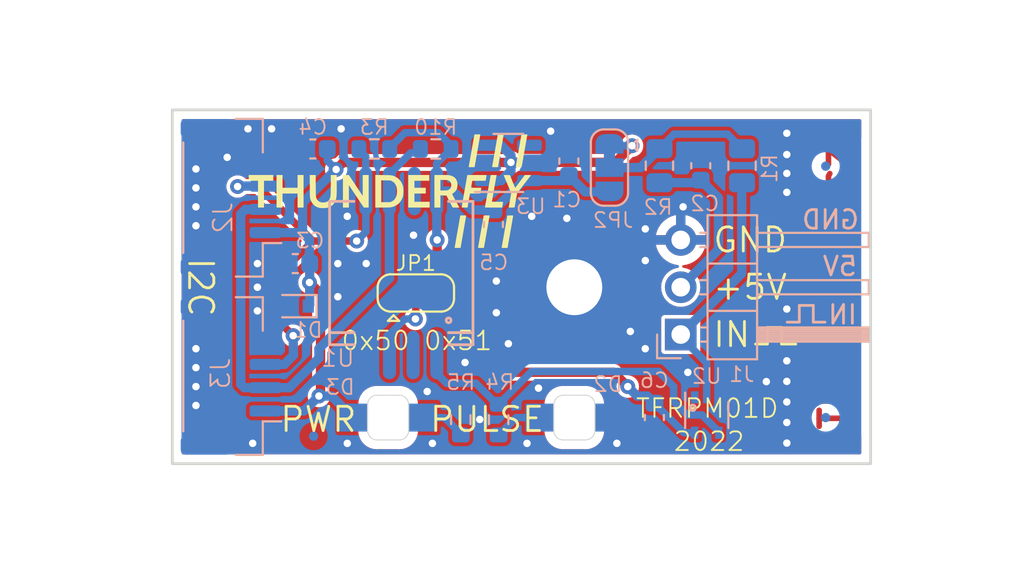
<source format=kicad_pcb>
(kicad_pcb (version 20211014) (generator pcbnew)
  (title_block (title "TFRPM01D") (date "2023-05-26") (company "ThunderFly s.r.o.") (comment 1 "RPM measuring device for UAVs") (comment 2 "Jacho  <info@thunderfly.cz>") (comment 3 "roman-dvorak") (comment 4 "kaklik"))
  (layers (0 "F.Cu" jumper) (31 "B.Cu" signal) (34 "B.Paste" user) (35 "F.Paste" user) (36 "B.SilkS" user "B.Silkscreen") (37 "F.SilkS" user "F.Silkscreen") (38 "B.Mask" user) (39 "F.Mask" user) (44 "Edge.Cuts" user))
  (net 0 "")
  (net 1 "GND")
  (net 2 "Net-(D2-Pad2)")
  (net 3 "/COUNT")
  (net 4 "+3V3")
  (net 5 "+5V")
  (net 6 "/SDA")
  (net 7 "/SCL")
  (net 8 "Net-(R4-Pad1)")
  (net 9 "Net-(JP1-Pad2)")
  (net 10 "Net-(JP2-Pad2)")
  (net 11 "Net-(C2-Pad1)")
  (net 12 "Net-(D3-Pad1)")
  (footprint "Jumper:SolderJumper-3_P1.3mm_Bridged12_RoundedPad1.0x1.5mm" (layer "F.Cu") (at 124.079 132.6388)
    (fp_text reference "JP1" (at 0 -1.6002) (layer "F.SilkS") (effects (font (size 0.8 0.8) (thickness 0.1))))
    (fp_text value "SolderJumper_3_Bridged12" hide)
    (fp_poly (pts (xy -0.9 -0.3) (xy -0.4 -0.3) (xy -0.4 0.3) (xy -0.9 0.3)) (layer "F.Cu") (width 0) (fill solid))
    (pad "1" smd custom locked (at -1.3 0) (size 1 0.5) (layers "F.Cu" "F.Mask") (net 1 "GND") (options (clearance outline) (anchor rect)) (primitives (gr_circle (center 0 0.25) (end 0.5 0.25) (width 0) (fill yes)) (gr_circle (center 0 -0.25) (end 0.5 -0.25) (width 0) (fill yes)) (gr_poly (pts (xy 0.55 0.75) (xy 0 0.75) (xy 0 -0.75) (xy 0.55 -0.75)) (width 0) (fill yes))))
    (pad "2" smd rect locked (at 0 0) (size 1 1.5) (layers "F.Cu" "F.Mask") (net 9 "Net-(JP1-Pad2)"))
    (pad "3" smd custom locked (at 1.3 0) (size 1 0.5) (layers "F.Cu" "F.Mask") (net 4 "+3V3") (options (clearance outline) (anchor rect)) (primitives (gr_circle (center 0 0.25) (end 0.5 0.25) (width 0) (fill yes)) (gr_circle (center 0 -0.25) (end 0.5 -0.25) (width 0) (fill yes)) (gr_poly (pts (xy 0 0.75) (xy -0.55 0.75) (xy -0.55 -0.75) (xy 0 -0.75)) (width 0) (fill yes))))
  )
  (footprint "MLAB_LOGA:TF" (layer "F.Cu") (at 122.596804 127.1778)
    (fp_text reference "G1" hide)
    (fp_text value "LOGO" hide)
  )
  (footprint "Diode_SMD:D_SOD-523" (layer "B.Cu") (at 117.602 133.347096 180)
    (fp_text reference "D1" (at -0.686 -1.284) (layer "B.SilkS") (effects (font (size 0.8 0.8) (thickness 0.1)) (justify mirror)))
    (fp_text value "BZX585-B5V6.115" hide)
    (pad "1" smd rect (at -0.7 0) (size 0.6 0.7) (layers "B.Cu" "B.Paste" "B.Mask") (net 5 "+5V"))
    (pad "2" smd rect (at 0.7 0) (size 0.6 0.7) (layers "B.Cu" "B.Paste" "B.Mask") (net 1 "GND"))
  )
  (footprint "Mlab_Mechanical:MountingHole_3mm" (layer "B.Cu") (at 132.588 132.331096)
    (fp_text reference "M2" hide)
    (fp_text value "M3" hide)
    (pad "1" thru_hole circle locked (at 0 0) (size 6 6) (drill 3) (layers *.Cu *.Adhes *.Mask) (net 1 "GND") (clearance 1))
  )
  (footprint "Resistor_SMD:R_0603_1608Metric" (layer "B.Cu") (at 125.146 124.906 180)
    (fp_text reference "R10" (at 0 1.174904) (layer "B.SilkS") (effects (font (size 0.8 0.8) (thickness 0.1)) (justify mirror)))
    (fp_text value "10k" hide)
    (pad "1" smd roundrect (at -0.825 0 180) (size 0.8 0.95) (layers "B.Cu" "B.Paste" "B.Mask") (net 4 "+3V3"))
    (pad "2" smd roundrect (at 0.825 0 180) (size 0.8 0.95) (layers "B.Cu" "B.Paste" "B.Mask") (net 7 "/SCL"))
  )
  (footprint "Connector_PinHeader_2.54mm:PinHeader_1x03_P2.54mm_Horizontal" (layer "B.Cu") (at 138.303 134.871096)
    (fp_text reference "J1" (at 3.2766 2.136504) (layer "B.SilkS") (effects (font (size 0.8 0.8) (thickness 0.1)) (justify mirror)))
    (fp_text value "DS1022-1*40RDF11-B" hide)
    (pad "1" thru_hole rect (at 0 0) (size 1.7 1.7) (drill 1) (layers *.Cu *.Mask) (net 3 "/COUNT"))
    (pad "2" thru_hole oval (at 0 -2.54) (size 1.7 1.7) (drill 1) (layers *.Cu *.Mask) (net 11 "Net-(C2-Pad1)"))
    (pad "3" thru_hole oval (at 0 -5.08) (size 1.7 1.7) (drill 1) (layers *.Cu *.Mask) (net 1 "GND"))
  )
  (footprint "Package_TO_SOT_SMD:SOT-23-5" (layer "B.Cu") (at 129.046 125.656)
    (fp_text reference "U3" (at 1.2052 2.331696 180) (layer "B.SilkS") (effects (font (size 0.8 0.8) (thickness 0.1)) (justify mirror)))
    (fp_text value "MIC5504-3.3YM5" hide)
    (pad "1" smd roundrect (at -1.1375 0.95) (size 1.325 0.6) (layers "B.Cu" "B.Paste" "B.Mask") (net 5 "+5V"))
    (pad "2" smd roundrect (at -1.1375 0) (size 1.325 0.6) (layers "B.Cu" "B.Paste" "B.Mask") (net 1 "GND"))
    (pad "3" smd roundrect (at -1.1375 -0.95) (size 1.325 0.6) (layers "B.Cu" "B.Paste" "B.Mask") (net 5 "+5V"))
    (pad "4" smd roundrect (at 1.1375 -0.95) (size 1.325 0.6) (layers "B.Cu" "B.Paste" "B.Mask"))
    (pad "5" smd roundrect (at 1.1375 0.95) (size 1.325 0.6) (layers "B.Cu" "B.Paste" "B.Mask") (net 4 "+3V3"))
  )
  (footprint "Capacitor_SMD:C_0603_1608Metric" (layer "B.Cu") (at 117.602 131.061096 180)
    (fp_text reference "C3" (at -0.786 1.23) (layer "B.SilkS") (effects (font (size 0.8 0.8) (thickness 0.1)) (justify mirror)))
    (fp_text value "10uF" hide)
    (pad "1" smd roundrect (at -0.775 0 180) (size 0.9 0.95) (layers "B.Cu" "B.Paste" "B.Mask") (net 5 "+5V"))
    (pad "2" smd roundrect (at 0.775 0 180) (size 0.9 0.95) (layers "B.Cu" "B.Paste" "B.Mask") (net 1 "GND"))
  )
  (footprint "Capacitor_SMD:C_0603_1608Metric" (layer "B.Cu") (at 118.546 124.906 180)
    (fp_text reference "C4" (at 0 1.174904) (layer "B.SilkS") (effects (font (size 0.8 0.8) (thickness 0.1)) (justify mirror)))
    (fp_text value "100nF" hide)
    (pad "1" smd roundrect (at -0.775 0 180) (size 0.9 0.95) (layers "B.Cu" "B.Paste" "B.Mask") (net 5 "+5V"))
    (pad "2" smd roundrect (at 0.775 0 180) (size 0.9 0.95) (layers "B.Cu" "B.Paste" "B.Mask") (net 1 "GND"))
  )
  (footprint "Connector_JST:JST_GH_SM04B-GHS-TB_1x04-1MP_P1.25mm_Horizontal" (layer "B.Cu") (at 114.15 127.525 90)
    (fp_text reference "J2" (at -1.0752 -0.4342 -90) (layer "B.SilkS") (effects (font (thickness 0.1)) (justify mirror)))
    (fp_text value "SM04B-GHS-TB" hide)
    (pad "1" smd roundrect (at -1.875 1.85 90) (size 0.6 1.7) (layers "B.Cu" "B.Paste" "B.Mask") (net 5 "+5V"))
    (pad "2" smd roundrect (at -0.625 1.85 90) (size 0.6 1.7) (layers "B.Cu" "B.Paste" "B.Mask") (net 7 "/SCL"))
    (pad "3" smd roundrect (at 0.625 1.85 90) (size 0.6 1.7) (layers "B.Cu" "B.Paste" "B.Mask") (net 6 "/SDA"))
    (pad "4" smd roundrect (at 1.875 1.85 90) (size 0.6 1.7) (layers "B.Cu" "B.Paste" "B.Mask") (net 1 "GND"))
    (pad "MP" smd roundrect (at 3.725 -1.35 90) (size 1 2.7) (layers "B.Cu" "B.Paste" "B.Mask") (net 1 "GND"))
    (pad "MP" smd roundrect (at -3.725 -1.35 90) (size 1 2.7) (layers "B.Cu" "B.Paste" "B.Mask") (net 1 "GND"))
  )
  (footprint "Resistor_SMD:R_0603_1608Metric" (layer "B.Cu") (at 128.524 139.443096 -90)
    (fp_text reference "R4" (at -2.012 -0.064 180) (layer "B.SilkS") (effects (font (size 0.8 0.8) (thickness 0.1)) (justify mirror)))
    (fp_text value "51R" hide)
    (pad "1" smd roundrect (at -0.825 0 270) (size 0.8 0.95) (layers "B.Cu" "B.Paste" "B.Mask") (net 8 "Net-(R4-Pad1)"))
    (pad "2" smd roundrect (at 0.825 0 270) (size 0.8 0.95) (layers "B.Cu" "B.Paste" "B.Mask") (net 2 "Net-(D2-Pad2)"))
  )
  (footprint "Resistor_SMD:R_0805_2012Metric" (layer "B.Cu") (at 141.596 125.806 -90)
    (fp_text reference "R1" (at 0.1526 -1.4822 90) (layer "B.SilkS") (effects (font (size 0.8 0.8) (thickness 0.1)) (justify mirror)))
    (fp_text value "22k" hide)
    (pad "1" smd roundrect (at -0.9125 0 270) (size 1.025 1.4) (layers "B.Cu" "B.Paste" "B.Mask") (roundrect_rratio 0.243902) (net 10 "Net-(JP2-Pad2)"))
    (pad "2" smd roundrect (at 0.9125 0 270) (size 1.025 1.4) (layers "B.Cu" "B.Paste" "B.Mask") (roundrect_rratio 0.243902) (net 3 "/COUNT"))
  )
  (footprint "Resistor_SMD:R_0805_2012Metric" (layer "B.Cu") (at 137.16 125.806 90)
    (fp_text reference "R2" (at -2.225096 -0.072 180) (layer "B.SilkS") (effects (font (size 0.8 0.8) (thickness 0.1)) (justify mirror)))
    (fp_text value "82R" hide)
    (pad "1" smd roundrect (at -0.9125 0 90) (size 1.025 1.4) (layers "B.Cu" "B.Paste" "B.Mask") (roundrect_rratio 0.243902) (net 11 "Net-(C2-Pad1)"))
    (pad "2" smd roundrect (at 0.9125 0 90) (size 1.025 1.4) (layers "B.Cu" "B.Paste" "B.Mask") (roundrect_rratio 0.243902) (net 10 "Net-(JP2-Pad2)"))
  )
  (footprint "Resistor_SMD:R_0603_1608Metric" (layer "B.Cu") (at 121.846 124.906 180)
    (fp_text reference "R3" (at 0 1.174904) (layer "B.SilkS") (effects (font (size 0.8 0.8) (thickness 0.1)) (justify mirror)))
    (fp_text value "10k" hide)
    (pad "1" smd roundrect (at -0.825 0 180) (size 0.8 0.95) (layers "B.Cu" "B.Paste" "B.Mask") (net 4 "+3V3"))
    (pad "2" smd roundrect (at 0.825 0 180) (size 0.8 0.95) (layers "B.Cu" "B.Paste" "B.Mask") (net 6 "/SDA"))
  )
  (footprint "Capacitor_SMD:C_0603_1608Metric" (layer "B.Cu") (at 136.888 139.331096 -90)
    (fp_text reference "C6" (at -2 0 180) (layer "B.SilkS") (effects (font (size 0.8 0.8) (thickness 0.1)) (justify mirror)))
    (fp_text value "100nF" hide)
    (pad "1" smd roundrect (at -0.775 0 270) (size 0.9 0.95) (layers "B.Cu" "B.Paste" "B.Mask") (net 4 "+3V3"))
    (pad "2" smd roundrect (at 0.775 0 270) (size 0.9 0.95) (layers "B.Cu" "B.Paste" "B.Mask") (net 1 "GND"))
  )
  (footprint "Connector_JST:JST_GH_SM04B-GHS-TB_1x04-1MP_P1.25mm_Horizontal" (layer "B.Cu") (at 114.15 137.1 90)
    (fp_text reference "J3" (at 0.1432 -0.5612 90) (layer "B.SilkS") (effects (font (thickness 0.1)) (justify mirror)))
    (fp_text value "SM04B-GHS-TB" hide)
    (pad "1" smd roundrect (at -1.875 1.85 90) (size 0.6 1.7) (layers "B.Cu" "B.Paste" "B.Mask") (net 5 "+5V"))
    (pad "2" smd roundrect (at -0.625 1.85 90) (size 0.6 1.7) (layers "B.Cu" "B.Paste" "B.Mask") (net 7 "/SCL"))
    (pad "3" smd roundrect (at 0.625 1.85 90) (size 0.6 1.7) (layers "B.Cu" "B.Paste" "B.Mask") (net 6 "/SDA"))
    (pad "4" smd roundrect (at 1.875 1.85 90) (size 0.6 1.7) (layers "B.Cu" "B.Paste" "B.Mask") (net 1 "GND"))
    (pad "MP" smd roundrect (at -3.725 -1.35 90) (size 1 2.7) (layers "B.Cu" "B.Paste" "B.Mask") (net 1 "GND"))
    (pad "MP" smd roundrect (at 3.725 -1.35 90) (size 1 2.7) (layers "B.Cu" "B.Paste" "B.Mask") (net 1 "GND"))
  )
  (footprint "Capacitor_SMD:C_0603_1608Metric" (layer "B.Cu") (at 128.2446 128.9558 -90)
    (fp_text reference "C5" (at 2.045096 -0.0195 180) (layer "B.SilkS") (effects (font (size 0.8 0.8) (thickness 0.1)) (justify mirror)))
    (fp_text value "100nF" hide)
    (pad "1" smd roundrect (at -0.775 0 270) (size 0.9 0.95) (layers "B.Cu" "B.Paste" "B.Mask") (net 4 "+3V3"))
    (pad "2" smd roundrect (at 0.775 0 270) (size 0.9 0.95) (layers "B.Cu" "B.Paste" "B.Mask") (net 1 "GND"))
  )
  (footprint "Mlab_IO:SOT176-1" (layer "B.Cu") (at 123.296 131.569096 180)
    (fp_text reference "U1" (at 3.408 -4.574) (layer "B.SilkS") (effects (font (size 0.9 0.9) (thickness 0.1)) (justify mirror)))
    (fp_text value "PCF8583T" hide)
    (pad "1" smd oval (at -1.905 -4.4 180) (size 0.7 2.6) (layers "B.Cu" "B.Paste" "B.Mask") (net 8 "Net-(R4-Pad1)"))
    (pad "2" smd oval (at -0.635 -4.4 180) (size 0.7 2.6) (layers "B.Cu" "B.Paste" "B.Mask"))
    (pad "3" smd oval (at 0.635 -4.4 180) (size 0.7 2.6) (layers "B.Cu" "B.Paste" "B.Mask") (net 9 "Net-(JP1-Pad2)"))
    (pad "4" smd oval (at 1.91 -4.4 180) (size 0.7 2.6) (layers "B.Cu" "B.Paste" "B.Mask") (net 1 "GND"))
    (pad "5" smd oval (at 1.905 4.4 180) (size 0.7 2.6) (layers "B.Cu" "B.Paste" "B.Mask") (net 6 "/SDA"))
    (pad "6" smd oval (at 0.635 4.4 180) (size 0.7 2.6) (layers "B.Cu" "B.Paste" "B.Mask") (net 7 "/SCL"))
    (pad "7" smd oval (at -0.7 4.4 180) (size 0.7 2.6) (layers "B.Cu" "B.Paste" "B.Mask"))
    (pad "8" smd oval (at -1.905 4.4 180) (size 0.7 2.6) (layers "B.Cu" "B.Paste" "B.Mask") (net 4 "+3V3"))
  )
  (footprint "Capacitor_SMD:C_0603_1608Metric" (layer "B.Cu") (at 132.296 125.556 90)
    (fp_text reference "C1" (at -2.075096 -0.108) (layer "B.SilkS") (effects (font (size 0.8 0.8) (thickness 0.1)) (justify mirror)))
    (fp_text value "1uF" hide)
    (pad "1" smd roundrect (at -0.775 0 90) (size 0.9 0.95) (layers "B.Cu" "B.Paste" "B.Mask") (net 4 "+3V3"))
    (pad "2" smd roundrect (at 0.775 0 90) (size 0.9 0.95) (layers "B.Cu" "B.Paste" "B.Mask") (net 1 "GND"))
  )
  (footprint "Capacitor_SMD:C_0603_1608Metric" (layer "B.Cu") (at 139.378 125.806 90)
    (fp_text reference "C2" (at -2.0322 0.2204 180) (layer "B.SilkS") (effects (font (size 0.8 0.8) (thickness 0.1)) (justify mirror)))
    (fp_text value "10uF" hide)
    (pad "1" smd roundrect (at -0.775 0 90) (size 0.9 0.95) (layers "B.Cu" "B.Paste" "B.Mask") (net 11 "Net-(C2-Pad1)"))
    (pad "2" smd roundrect (at 0.775 0 90) (size 0.9 0.95) (layers "B.Cu" "B.Paste" "B.Mask") (net 1 "GND"))
  )
  (footprint "Mlab_D:LED_1206_2" (layer "B.Cu") (at 132.588 139.331096)
    (fp_text reference "D2" (at 1.8034 -1.790096 180) (layer "B.SilkS") (effects (font (size 0.8 0.8) (thickness 0.1)) (justify mirror)))
    (fp_text value "KPTR-3216SURCK" hide)
    (fp_line (start 1.1 -0.7) (end 1.1 0.7) (layer "Edge.Cuts") (width 0.05))
    (fp_line (start -0.6 1.2) (end 0.6 1.2) (layer "Edge.Cuts") (width 0.05))
    (fp_line (start -0.6 -1.2) (end 0.6 -1.2) (layer "Edge.Cuts") (width 0.05))
    (fp_line (start -1.1 -0.7) (end -1.1 0.7) (layer "Edge.Cuts") (width 0.05))
    (fp_arc (start -0.6 1.2) (mid -0.953553 1.053553) (end -1.1 0.7) (layer "Edge.Cuts") (width 0.05))
    (fp_arc (start 1.1 0.7) (mid 0.953553 1.053553) (end 0.6 1.2) (layer "Edge.Cuts") (width 0.05))
    (fp_arc (start 0.6 -1.2) (mid 0.953553 -1.053553) (end 1.1 -0.7) (layer "Edge.Cuts") (width 0.05))
    (fp_arc (start -1.1 -0.7) (mid -0.953553 -1.053553) (end -0.6 -1.2) (layer "Edge.Cuts") (width 0.05))
    (pad "1" smd rect (at 1.88 0 180) (size 1.5 1.5) (layers "B.Cu" "B.Paste" "B.Mask") (net 1 "GND"))
    (pad "2" smd rect (at -1.88 0) (size 1.5 1.5) (layers "B.Cu" "B.Paste" "B.Mask") (net 2 "Net-(D2-Pad2)"))
  )
  (footprint "Fiducial:Fiducial_0.5mm_Mask1.5mm" (layer "B.Cu") (at 118.588 140.331096 90)
    (fp_text reference "FID3" hide)
    (fp_text value "Fiducial" hide)
    (pad "" smd circle (at 0 0 90) (size 0.5 0.5) (layers "B.Cu" "B.Mask") (clearance 0.5))
  )
  (footprint "Package_TO_SOT_SMD:SOT-353_SC-70-5" (layer "B.Cu") (at 139.7 139.192 -90)
    (fp_text reference "U2" (at -2.086 0.004 180) (layer "B.SilkS") (effects (font (size 0.8 0.8) (thickness 0.1)) (justify mirror)))
    (fp_text value "SN74LVC1G14QDCKRQ1" hide)
    (pad "1" smd rect (at -0.95 0.65 270) (size 0.65 0.4) (layers "B.Cu" "B.Paste" "B.Mask"))
    (pad "2" smd rect (at -0.95 0 270) (size 0.65 0.4) (layers "B.Cu" "B.Paste" "B.Mask") (net 3 "/COUNT"))
    (pad "3" smd rect (at -0.95 -0.65 270) (size 0.65 0.4) (layers "B.Cu" "B.Paste" "B.Mask") (net 1 "GND"))
    (pad "4" smd rect (at 0.95 -0.65 270) (size 0.65 0.4) (layers "B.Cu" "B.Paste" "B.Mask") (net 8 "Net-(R4-Pad1)"))
    (pad "5" smd rect (at 0.95 0.65 270) (size 0.65 0.4) (layers "B.Cu" "B.Paste" "B.Mask") (net 4 "+3V3"))
  )
  (footprint "Resistor_SMD:R_0603_1608Metric" (layer "B.Cu") (at 126.492 139.443096 90)
    (fp_text reference "R5" (at 2.012 -0.004 180) (layer "B.SilkS") (effects (font (size 0.8 0.8) (thickness 0.1)) (justify mirror)))
    (fp_text value "130R" hide)
    (pad "1" smd roundrect (at -0.825 0 90) (size 0.8 0.95) (layers "B.Cu" "B.Paste" "B.Mask") (net 12 "Net-(D3-Pad1)"))
    (pad "2" smd roundrect (at 0.825 0 90) (size 0.8 0.95) (layers "B.Cu" "B.Paste" "B.Mask") (net 1 "GND"))
  )
  (footprint "Fiducial:Fiducial_0.5mm_Mask1.5mm" (layer "B.Cu") (at 146.088 125.831096)
    (fp_text reference "FID1" hide)
    (fp_text value "Fiducial" hide)
    (pad "" smd circle (at 0 0) (size 0.5 0.5) (layers "B.Cu" "B.Mask") (clearance 0.5))
  )
  (footprint "Mlab_D:LED_1206_2" (layer "B.Cu") (at 122.588 139.331096)
    (fp_text reference "D3" (at -2.573 -1.637696 180) (layer "B.SilkS") (effects (font (size 0.8 0.8) (thickness 0.1)) (justify mirror)))
    (fp_text value "KPTR-3216CGCK" hide)
    (fp_line (start -0.6 -1.2) (end 0.6 -1.2) (layer "Edge.Cuts") (width 0.05))
    (fp_line (start -1.1 -0.7) (end -1.1 0.7) (layer "Edge.Cuts") (width 0.05))
    (fp_line (start -0.6 1.2) (end 0.6 1.2) (layer "Edge.Cuts") (width 0.05))
    (fp_line (start 1.1 -0.7) (end 1.1 0.7) (layer "Edge.Cuts") (width 0.05))
    (fp_arc (start 1.1 0.7) (mid 0.953553 1.053553) (end 0.6 1.2) (layer "Edge.Cuts") (width 0.05))
    (fp_arc (start 0.6 -1.2) (mid 0.953553 -1.053553) (end 1.1 -0.7) (layer "Edge.Cuts") (width 0.05))
    (fp_arc (start -1.1 -0.7) (mid -0.953553 -1.053553) (end -0.6 -1.2) (layer "Edge.Cuts") (width 0.05))
    (fp_arc (start -0.6 1.2) (mid -0.953553 1.053553) (end -1.1 0.7) (layer "Edge.Cuts") (width 0.05))
    (pad "1" smd rect (at 1.88 0 180) (size 1.5 1.5) (layers "B.Cu" "B.Paste" "B.Mask") (net 12 "Net-(D3-Pad1)"))
    (pad "2" smd rect (at -1.88 0) (size 1.5 1.5) (layers "B.Cu" "B.Paste" "B.Mask") (net 5 "+5V"))
  )
  (footprint "Fiducial:Fiducial_0.5mm_Mask1.5mm" (layer "B.Cu") (at 146.088 139.331096)
    (fp_text reference "FID2" hide)
    (fp_text value "Fiducial" hide)
    (pad "" smd circle (at 0 0) (size 0.5 0.5) (layers "B.Cu" "B.Mask") (clearance 0.5))
  )
  (footprint "Jumper:SolderJumper-3_P1.3mm_Bridged12_RoundedPad1.0x1.5mm" (layer "B.Cu") (at 134.4755 125.906 -90)
    (fp_text reference "JP2" (at 2.8212 -0.1953) (layer "B.SilkS") (effects (font (size 0.8 0.8) (thickness 0.1)) (justify mirror)))
    (fp_text value "SolderJumper_3_Bridged12" hide)
    (fp_poly (pts (xy -0.9 0.3) (xy -0.4 0.3) (xy -0.4 -0.3) (xy -0.9 -0.3)) (layer "B.Cu") (width 0) (fill solid))
    (pad "1" smd custom locked (at -1.3 0 270) (size 1 0.5) (layers "B.Cu" "B.Mask") (net 5 "+5V") (options (clearance outline) (anchor rect)) (primitives (gr_circle (center 0 -0.25) (end 0.5 -0.25) (width 0) (fill yes)) (gr_circle (center 0 0.25) (end 0.5 0.25) (width 0) (fill yes)) (gr_poly (pts (xy 0.55 0.75) (xy 0 0.75) (xy 0 -0.75) (xy 0.55 -0.75)) (width 0) (fill yes))))
    (pad "2" smd rect locked (at 0 0 270) (size 1 1.5) (layers "B.Cu" "B.Mask") (net 10 "Net-(JP2-Pad2)"))
    (pad "3" smd custom locked (at 1.3 0 270) (size 1 0.5) (layers "B.Cu" "B.Mask") (net 4 "+3V3") (options (clearance outline) (anchor rect)) (primitives (gr_circle (center 0 -0.25) (end 0.5 -0.25) (width 0) (fill yes)) (gr_circle (center 0 0.25) (end 0.5 0.25) (width 0) (fill yes)) (gr_poly (pts (xy 0 0.75) (xy -0.55 0.75) (xy -0.55 -0.75) (xy 0 -0.75)) (width 0) (fill yes))))
  )
  (gr_line (start 145.421 134.206) (end 145.421 133.306) (layer "B.SilkS") (width 0.15))
  (gr_circle (center 138.946 138.806) (end 138.996 138.856) (layer "B.SilkS") (width 0.15) (fill none))
  (gr_line (start 146.05 134.206) (end 145.421 134.206) (layer "B.SilkS") (width 0.15))
  (gr_line (start 144.671 134.206) (end 144.021 134.206) (layer "B.SilkS") (width 0.15))
  (gr_line (start 145.421 133.306) (end 144.671 133.306) (layer "B.SilkS") (width 0.15))
  (gr_line (start 144.671 133.306) (end 144.671 134.206) (layer "B.SilkS") (width 0.15))
  (gr_line (start 142.957 135.382) (end 142.957 134.493) (layer "F.SilkS") (width 0.15))
  (gr_line (start 143.719 134.493) (end 143.719 135.382) (layer "F.SilkS") (width 0.15))
  (gr_line (start 142.322 135.382) (end 142.957 135.382) (layer "F.SilkS") (width 0.15))
  (gr_line (start 143.719 135.382) (end 144.481 135.382) (layer "F.SilkS") (width 0.15))
  (gr_line (start 142.957 134.493) (end 143.719 134.493) (layer "F.SilkS") (width 0.15))
  (gr_line (start 148.498 122.806096) (end 148.498 141.806096) (layer "Edge.Cuts") (width 0.15))
  (gr_line (start 110.998 141.806096) (end 110.998 122.806096) (layer "Edge.Cuts") (width 0.15))
  (gr_line (start 110.998 141.806096) (end 148.498 141.806096) (layer "Edge.Cuts") (width 0.15))
  (gr_line (start 110.998 122.806096) (end 148.498 122.806096) (layer "Edge.Cuts") (width 0.15))
  (gr_text "ThunderFly.cz" (at 146.558 132.334 90) (layer "F.Cu") (effects (font (size 1.5 1.5) (thickness 0.3))))
  (gr_text "IN" (at 146.996 133.806) (layer "B.SilkS") (effects (font (size 1 1)) (justify mirror)))
  (gr_text "GND" (at 146.346 128.706) (layer "B.SilkS") (effects (font (size 1 1)) (justify mirror)))
  (gr_text "5V" (at 146.846 131.206) (layer "B.SilkS") (effects (font (size 1 1)) (justify mirror)))
  (gr_text "+5V" (at 139.954 132.334) (layer "F.SilkS") (effects (font (size 1.3 1.3)) (justify left)))
  (gr_text "TFRPM01D" (at 139.7254 138.8364) (layer "F.SilkS") (effects (font (size 1 1) (thickness 0.1))))
  (gr_text "GND" (at 139.954 129.794) (layer "F.SilkS") (effects (font (size 1.3 1.3)) (justify left)))
  (gr_text "2022" (at 139.827 140.6144) (layer "F.SilkS") (effects (font (size 1 1) (thickness 0.1))))
  (gr_text "IN" (at 139.954 134.874) (layer "F.SilkS") (effects (font (size 1.3 1.3)) (justify left)))
  (gr_text "I2C" (at 112.522 132.331096 270) (layer "F.SilkS") (effects (font (size 1.3 1.3))))
  (gr_text "PULSE" (at 131.064 139.431096) (layer "F.SilkS") (effects (font (size 1.3 1.3)) (justify right)))
  (gr_text "0x50 0x51" (at 124.1298 135.2042) (layer "F.SilkS") (effects (font (size 1 1) (thickness 0.1))))
  (gr_text "PWR" (at 120.988 139.431096) (layer "F.SilkS") (effects (font (size 1.3 1.3)) (justify right)))
  (via (at 131.318 123.949096) (size 0.8) (drill 0.4) (layers "F.Cu" "B.Cu") (net 1))
  (via (at 144 133.5024) (size 0.8) (drill 0.4) (layers "F.Cu" "B.Cu") (net 1))
  (via (at 120.396 128.524) (size 0.8) (drill 0.4) (layers "F.Cu" "B.Cu") (net 1))
  (via (at 115.316 140.713096) (size 0.8) (drill 0.4) (layers "F.Cu" "B.Cu") (net 1))
  (via (at 120.396 140.716) (size 0.8) (drill 0.4) (layers "F.Cu" "B.Cu") (net 1))
  (via (at 112.268 129.029096) (size 0.8) (drill 0.4) (layers "F.Cu" "B.Cu") (net 1))
  (via (at 112.268 138.681096) (size 0.8) (drill 0.4) (layers "F.Cu" "B.Cu") (net 1))
  (via (at 112.268 135.633096) (size 0.8) (drill 0.4) (layers "F.Cu" "B.Cu") (net 1))
  (via (at 112.268 137.665096) (size 0.8) (drill 0.4) (layers "F.Cu" "B.Cu") (net 1))
  (via (at 112.268 125.981096) (size 0.8) (drill 0.4) (layers "F.Cu" "B.Cu") (net 1))
  (via (at 112.268 136.649096) (size 0.8) (drill 0.4) (layers "F.Cu" "B.Cu") (net 1))
  (via (at 112.268 126.997096) (size 0.8) (drill 0.4) (layers "F.Cu" "B.Cu") (net 1))
  (via (at 112.268 128.013096) (size 0.8) (drill 0.4) (layers "F.Cu" "B.Cu") (net 1))
  (via (at 116.332 123.825) (size 0.8) (drill 0.4) (layers "F.Cu" "B.Cu") (net 1))
  (via (at 138.684 136.903096) (size 0.8) (drill 0.4) (layers "F.Cu" "B.Cu") (net 1))
  (via (at 144 137.388) (size 0.8) (drill 0.4) (layers "F.Cu" "B.Cu") (net 1))
  (via (at 144 138.492) (size 0.8) (drill 0.4) (layers "F.Cu" "B.Cu") (net 1))
  (via (at 144 136.284) (size 0.8) (drill 0.4) (layers "F.Cu" "B.Cu") (net 1))
  (via (at 144 124.063) (size 0.8) (drill 0.4) (layers "F.Cu" "B.Cu") (net 1))
  (via (at 130.302 128.524) (size 0.8) (drill 0.4) (layers "F.Cu" "B.Cu") (net 1))
  (via (at 144 140.7) (size 0.8) (drill 0.4) (layers "F.Cu" "B.Cu") (net 1))
  (via (at 144 139.596) (size 0.8) (drill 0.4) (layers "F.Cu" "B.Cu") (net 1))
  (via (at 136.4 129.2) (size 0.8) (drill 0.4) (layers "F.Cu" "B.Cu") (net 1))
  (via (at 136.4 130.9) (size 0.8) (drill 0.4) (layers "F.Cu" "B.Cu") (net 1))
  (via (at 144 125.206) (size 0.8) (drill 0.4) (layers "F.Cu" "B.Cu") (net 1))
  (via (at 130.048 140.716) (size 0.8) (drill 0.4) (layers "F.Cu" "B.Cu") (net 1))
  (via (at 115.57 132.331096) (size 0.8) (drill 0.4) (layers "F.Cu" "B.Cu") (net 1))
  (via (at 132.188 128.631096) (size 0.8) (drill 0.4) (layers "F.Cu" "B.Cu") (net 1))
  (via (at 134.874 140.713096) (size 0.8) (drill 0.4) (layers "F.Cu" "B.Cu") (net 1))
  (via (at 121.412 131.061096) (size 0.8) (drill 0.4) (layers "F.Cu" "B.Cu") (net 1))
  (via (at 119.888 132.842) (size 0.8) (drill 0.4) (layers "F.Cu" "B.Cu") (net 1))
  (via (at 130.664594 137.750271) (size 0.8) (drill 0.4) (layers "F.Cu" "B.Cu") (net 1))
  (via (at 142.9 137.4) (size 0.8) (drill 0.4) (layers "F.Cu" "B.Cu") (net 1))
  (via (at 124.688 137.931096) (size 0.8) (drill 0.4) (layers "F.Cu" "B.Cu") (net 1))
  (via (at 126.7206 136.3726) (size 0.8) (drill 0.4) (layers "F.Cu" "B.Cu") (net 1))
  (via (at 128.4 133.7) (size 0.8) (drill 0.4) (layers "F.Cu" "B.Cu") (net 1))
  (via (at 119.888 131.064) (size 0.8) (drill 0.4) (layers "F.Cu" "B.Cu") (net 1))
  (via (at 128.4 132) (size 0.8) (drill 0.4) (layers "F.Cu" "B.Cu") (net 1))
  (via (at 135.596 134.706) (size 0.8) (drill 0.4) (layers "F.Cu" "B.Cu") (net 1))
  (via (at 123.952 129.537096) (size 0.8) (drill 0.4) (layers "F.Cu" "B.Cu") (net 1))
  (via (at 144 127.235096) (size 0.8) (drill 0.4) (layers "F.Cu" "B.Cu") (net 1))
  (via (at 144 126.219096) (size 0.8) (drill 0.4) (layers "F.Cu" "B.Cu") (net 1))
  (via (at 138.43 128.013096) (size 0.8) (drill 0.4) (layers "F.Cu" "B.Cu") (net 1))
  (via (at 124.968 140.716) (size 0.8) (drill 0.4) (layers "F.Cu" "B.Cu") (net 1))
  (via (at 115.57 133.601096) (size 0.8) (drill 0.4) (layers "F.Cu" "B.Cu") (net 1))
  (via (at 120.0658 123.825) (size 0.8) (drill 0.4) (layers "F.Cu" "B.Cu") (net 1))
  (via (at 136.398 135.633096) (size 0.8) (drill 0.4) (layers "F.Cu" "B.Cu") (net 1))
  (via (at 113.946 125.356) (size 0.8) (drill 0.4) (layers "F.Cu" "B.Cu") (net 1))
  (via (at 115.57 131.061096) (size 0.8) (drill 0.4) (layers "F.Cu" "B.Cu") (net 1))
  (via (at 115.062 123.825) (size 0.8) (drill 0.4) (layers "F.Cu" "B.Cu") (net 1))
  (via (at 129.047036 135.36406) (size 0.8) (drill 0.4) (layers "F.Cu" "B.Cu") (net 1))
  (via (at 127.508 139.431096) (size 0.8) (drill 0.4) (layers "F.Cu" "B.Cu") (net 1))
  (segment (start 129.461 139.331096) (end 128.524 140.268096) (width 0.4) (layer "B.Cu") (net 2))
  (segment (start 130.708 139.331096) (end 129.461 139.331096) (width 0.4) (layer "B.Cu") (net 2))
  (segment (start 138.303 134.871096) (end 141.5796 131.594496) (width 0.5) (layer "B.Cu") (net 3))
  (segment (start 141.5796 131.594496) (end 141.5796 126.7749) (width 0.5) (layer "B.Cu") (net 3))
  (segment (start 139.7 136.398) (end 138.303 135.001) (width 0.4) (layer "B.Cu") (net 3))
  (segment (start 139.7 136.398) (end 139.7 138.242) (width 0.4) (layer "B.Cu") (net 3))
  (segment (start 125.222 132.8674) (end 129.253128 136.898528) (width 0.5) (layer "F.Cu") (net 4))
  (segment (start 129.253128 136.898528) (end 134.688728 136.898528) (width 0.5) (layer "F.Cu") (net 4))
  (segment (start 125.222 129.791096) (end 125.222 132.8674) (width 0.5) (layer "F.Cu") (net 4))
  (segment (start 134.688728 136.898528) (end 135.4582 137.668) (width 0.5) (layer "F.Cu") (net 4))
  (via (at 125.222 129.791096) (size 0.8) (drill 0.4) (layers "F.Cu" "B.Cu") (net 4))
  (via (at 135.4582 137.668) (size 0.8) (drill 0.4) (layers "F.Cu" "B.Cu") (net 4))
  (segment (start 125.201 127.956) (end 125.201 125.676) (width 0.4) (layer "B.Cu") (net 4))
  (segment (start 136.888 138.556096) (end 136.505 138.173096) (width 0.5) (layer "B.Cu") (net 4))
  (segment (start 125.201 129.770096) (end 125.201 128.796096) (width 0.5) (layer "B.Cu") (net 4))
  (segment (start 125.201 128.796096) (end 125.201 127.169096) (width 0.5) (layer "B.Cu") (net 4))
  (segment (start 139.05 140.142) (end 138.473904 140.142) (width 0.4) (layer "B.Cu") (net 4))
  (segment (start 128.283 128.1808) (end 129.8578 126.606) (width 0.5) (layer "B.Cu") (net 4))
  (segment (start 135.963296 138.173096) (end 135.4582 137.668) (width 0.5) (layer "B.Cu") (net 4))
  (segment (start 127.0886 128.1808) (end 128.2446 128.1808) (width 0.5) (layer "B.Cu") (net 4))
  (segment (start 125.971 124.731) (end 125.27148 124.03148) (width 0.4) (layer "B.Cu") (net 4))
  (segment (start 136.505 138.173096) (end 135.963296 138.173096) (width 0.5) (layer "B.Cu") (net 4))
  (segment (start 129.8578 126.606) (end 130.1835 126.606) (width 0.5) (layer "B.Cu") (net 4))
  (segment (start 134.546 127.206) (end 133.171 127.206) (width 0.5) (layer "B.Cu") (net 4))
  (segment (start 125.27148 124.03148) (end 123.49552 124.03148) (width 0.4) (layer "B.Cu") (net 4))
  (segment (start 126.076896 127.169096) (end 127.0886 128.1808) (width 0.5) (layer "B.Cu") (net 4))
  (segment (start 125.201 125.676) (end 125.971 124.906) (width 0.4) (layer "B.Cu") (net 4))
  (segment (start 128.2446 128.1808) (end 128.283 128.1808) (width 0.5) (layer "B.Cu") (net 4))
  (segment (start 125.201 127.169096) (end 126.076896 127.169096) (width 0.5) (layer "B.Cu") (net 4))
  (segment (start 130.1835 126.606) (end 132.562904 126.606) (width 0.5) (layer "B.Cu") (net 4))
  (segment (start 123.49552 124.03148) (end 122.621 124.906) (width 0.4) (layer "B.Cu") (net 4))
  (segment (start 138.473904 140.142) (end 136.888 138.556096) (width 0.4) (layer "B.Cu") (net 4))
  (segment (start 133.171 127.206) (end 132.296 126.331) (width 0.5) (layer "B.Cu") (net 4))
  (segment (start 120.170904 125.631096) (end 129.1788 125.631096) (width 0.5) (layer "F.Cu") (net 5))
  (segment (start 118.959511 132.672607) (end 118.364 132.077096) (width 0.5) (layer "F.Cu") (net 5))
  (segment (start 129.1788 125.631096) (end 129.1844 125.625496) (width 0.5) (layer "F.Cu") (net 5))
  (segment (start 118.872 138.173096) (end 118.959511 138.085585) (width 0.5) (layer "F.Cu") (net 5))
  (segment (start 133.340504 125.625496) (end 134.7936 125.625496) (width 0.5) (layer "F.Cu") (net 5))
  (segment (start 133.340504 125.625496) (end 129.1844 125.625496) (width 0.5) (layer "F.Cu") (net 5))
  (segment (start 134.7936 125.625496) (end 135.688 124.731096) (width 0.5) (layer "F.Cu") (net 5))
  (segment (start 119.796 126.006) (end 120.170904 125.631096) (width 0.5) (layer "F.Cu") (net 5))
  (segment (start 118.959511 138.085585) (end 118.959511 132.672607) (width 0.5) (layer "F.Cu") (net 5))
  (via (at 118.364 132.077096) (size 0.8) (drill 0.4) (layers "F.Cu" "B.Cu") (net 5))
  (via (at 119.796 126.006) (size 0.8) (drill 0.4) (layers "F.Cu" "B.Cu") (net 5))
  (via (at 118.872 138.173096) (size 0.8) (drill 0.4) (layers "F.Cu" "B.Cu") (net 5))
  (via (at 135.688 124.731096) (size 0.8) (drill 0.4) (layers "F.Cu" "B.Cu") (net 5))
  (via (at 129.1844 125.625496) (size 0.8) (drill 0.4) (layers "F.Cu" "B.Cu") (net 5))
  (segment (start 129.1844 126.082696) (end 128.661096 126.606) (width 0.5) (layer "B.Cu") (net 5))
  (segment (start 119.55 138.173096) (end 120.708 139.331096) (width 0.5) (layer "B.Cu") (net 5))
  (segment (start 128.661096 126.606) (end 127.9085 126.606) (width 0.5) (layer "B.Cu") (net 5))
  (segment (start 118.364 129.770904) (end 117.993096 129.4) (width 0.5) (layer "B.Cu") (net 5))
  (segment (start 118.364 129.770904) (end 118.364 131.048096) (width 0.5) (layer "B.Cu") (net 5))
  (segment (start 129.1844 125.625496) (end 129.1844 126.082696) (width 0.5) (layer "B.Cu") (net 5))
  (segment (start 118.377 131.061096) (end 118.377 133.272096) (width 0.5) (layer "B.Cu") (net 5))
  (segment (start 118.377 133.272096) (end 118.302 133.347096) (width 0.5) (layer "B.Cu") (net 5))
  (segment (start 129.1844 125.625496) (end 129.1844 125.244496) (width 0.5) (layer "B.Cu") (net 5))
  (segment (start 128.645904 124.706) (end 127.946 124.706) (width 0.5) (layer "B.Cu") (net 5))
  (segment (start 119.796 126.006) (end 119.786896 126.006) (width 0.5) (layer "B.Cu") (net 5))
  (segment (start 135.688 124.731096) (end 134.600596 124.731096) (width 0.4) (layer "B.Cu") (net 5))
  (segment (start 117.993096 127.7998) (end 117.993096 129.4) (width 0.5) (layer "B.Cu") (net 5))
  (segment (start 129.1844 125.244496) (end 128.645904 124.706) (width 0.5) (layer "B.Cu") (net 5))
  (segment (start 118.872 138.173096) (end 119.55 138.173096) (width 0.5) (layer "B.Cu") (net 5))
  (segment (start 118.070096 138.975) (end 118.872 138.173096) (width 0.5) (layer "B.Cu") (net 5))
  (segment (start 119.321 125.531) (end 119.796 126.006) (width 0.4) (layer "B.Cu") (net 5))
  (segment (start 119.786896 126.006) (end 117.993096 127.7998) (width 0.5) (layer "B.Cu") (net 5))
  (segment (start 116 138.975) (end 118.070096 138.975) (width 0.5) (layer "B.Cu") (net 5))
  (segment (start 119.321 124.906) (end 119.321 125.531) (width 0.4) (layer "B.Cu") (net 5))
  (segment (start 116 129.4) (end 117.993096 129.4) (width 0.5) (layer "B.Cu") (net 5))
  (segment (start 116.9924 131.4046) (end 118.547 129.85) (width 0.4) (layer "F.Cu") (net 6))
  (segment (start 117.488 134.931096) (end 116.9924 134.435496) (width 0.4) (layer "F.Cu") (net 6))
  (segment (start 115.6208 126.9238) (end 114.5032 126.9238) (width 0.4) (layer "F.Cu") (net 6))
  (segment (start 116.9924 134.435496) (end 116.9924 131.4046) (width 0.4) (layer "F.Cu") (net 6))
  (segment (start 118.547 129.85) (end 120.9 129.85) (width 0.4) (layer "F.Cu") (net 6))
  (segment (start 118.547 129.85) (end 115.6208 126.9238) (width 0.4) (layer "F.Cu") (net 6))
  (via (at 117.488 134.931096) (size 0.8) (drill 0.4) (layers "F.Cu" "B.Cu") (net 6))
  (via (at 114.5032 126.9238) (size 0.8) (drill 0.4) (layers "F.Cu" "B.Cu") (net 6))
  (via (at 120.9 129.85) (size 0.8) (drill 0.4) (layers "F.Cu" "B.Cu") (net 6))
  (segment (start 117.488 134.931096) (end 117.508764 135.980332) (width 0.5) (layer "B.Cu") (net 6))
  (segment (start 117.508764 135.980332) (end 117.014096 136.475) (width 0.5) (layer "B.Cu") (net 6))
  (segment (start 121.391 129.359) (end 120.9 129.85) (width 0.4) (layer "B.Cu") (net 6))
  (segment (start 117.014096 136.475) (end 116 136.475) (width 0.5) (layer "B.Cu") (net 6))
  (segment (start 121.391 127.956) (end 121.391 125.326) (width 0.4) (layer "B.Cu") (net 6))
  (segment (start 114.527 126.9) (end 114.5032 126.9238) (width 0.5) (layer "B.Cu") (net 6))
  (segment (start 116 126.9) (end 114.527 126.9) (width 0.5) (layer "B.Cu") (net 6))
  (segment (start 121.391 125.326) (end 120.971 124.906) (width 0.4) (layer "B.Cu") (net 6))
  (segment (start 121.391 127.956) (end 121.391 129.359) (width 0.4) (layer "B.Cu") (net 6))
  (segment (start 117.288096 137.725) (end 116 137.725) (width 0.5) (layer "B.Cu") (net 7))
  (segment (start 114.675 137.532096) (end 114.675 128.400096) (width 0.5) (layer "B.Cu") (net 7))
  (segment (start 116 137.725) (end 114.867904 137.725) (width 0.5) (layer "B.Cu") (net 7))
  (segment (start 124.321 124.906) (end 124.109504 125.117496) (width 0.4) (layer "B.Cu") (net 7))
  (segment (start 114.675 128.400096) (end 114.925096 128.15) (width 0.5) (layer "B.Cu") (net 7))
  (segment (start 123.7996 125.117496) (end 122.661 126.256096) (width 0.4) (layer "B.Cu") (net 7))
  (segment (start 118.872 135.633096) (end 118.872 136.141096) (width 0.5) (layer "B.Cu") (net 7))
  (segment (start 122.661 131.844096) (end 118.872 135.633096) (width 0.5) (layer "B.Cu") (net 7))
  (segment (start 114.925096 128.15) (end 116 128.15) (width 0.5) (layer "B.Cu") (net 7))
  (segment (start 114.867904 137.725) (end 114.675 137.532096) (width 0.5) (layer "B.Cu") (net 7))
  (segment (start 118.872 136.141096) (end 117.288096 137.725) (width 0.5) (layer "B.Cu") (net 7))
  (segment (start 122.661 127.956) (end 122.661 131.844096) (width 0.5) (layer "B.Cu") (net 7))
  (segment (start 124.109504 125.117496) (end 123.7996 125.117496) (width 0.4) (layer "B.Cu") (net 7))
  (segment (start 128.432696 138.618096) (end 127.3048 137.4902) (width 0.4) (layer "B.Cu") (net 8))
  (segment (start 139.446 139.189096) (end 140.35 140.093096) (width 0.4) (layer "B.Cu") (net 8))
  (segment (start 128.524 138.618096) (end 130.286896 136.8552) (width 0.4) (layer "B.Cu") (net 8))
  (segment (start 137.922 138.465096) (end 138.646 139.189096) (width 0.4) (layer "B.Cu") (net 8))
  (segment (start 128.524 138.618096) (end 128.432696 138.618096) (width 0.4) (layer "B.Cu") (net 8))
  (segment (start 125.201 136.9612) (end 125.201 135.969096) (width 0.4) (layer "B.Cu") (net 8))
  (segment (start 130.286896 136.8552) (end 137.112104 136.8552) (width 0.4) (layer "B.Cu") (net 8))
  (segment (start 137.112104 136.8552) (end 137.922 137.665096) (width 0.4) (layer "B.Cu") (net 8))
  (segment (start 127.3048 137.4902) (end 125.73 137.4902) (width 0.4) (layer "B.Cu") (net 8))
  (segment (start 137.922 137.665096) (end 137.922 138.465096) (width 0.4) (layer "B.Cu") (net 8))
  (segment (start 125.73 137.4902) (end 125.201 136.9612) (width 0.4) (layer "B.Cu") (net 8))
  (segment (start 138.646 139.189096) (end 139.446 139.189096) (width 0.4) (layer "B.Cu") (net 8))
  (segment (start 124.079 132.6388) (end 124.079 134.0104) (width 0.4) (layer "F.Cu") (net 9))
  (segment (start 124.079 134.0104) (end 124.0536 134.0358) (width 0.4) (layer "F.Cu") (net 9))
  (via (at 124.0536 134.0358) (size 0.8) (drill 0.4) (layers "F.Cu" "B.Cu") (net 9))
  (segment (start 123.483296 134.0358) (end 124.0536 134.0358) (width 0.4) (layer "B.Cu") (net 9))
  (segment (start 122.661 134.858096) (end 123.483296 134.0358) (width 0.4) (layer "B.Cu") (net 9))
  (segment (start 122.661 135.969096) (end 122.661 134.858096) (width 0.4) (layer "B.Cu") (net 9))
  (segment (start 136.1475 125.906) (end 137.16 124.8935) (width 0.5) (layer "B.Cu") (net 10))
  (segment (start 137.945202 124.108298) (end 137.16 124.8935) (width 0.4) (layer "B.Cu") (net 10))
  (segment (start 140.810798 124.108298) (end 137.945202 124.108298) (width 0.4) (layer "B.Cu") (net 10))
  (segment (start 134.546 125.906) (end 136.1475 125.906) (width 0.5) (layer "B.Cu") (net 10))
  (segment (start 141.596 124.8935) (end 140.810798 124.108298) (width 0.4) (layer "B.Cu") (net 10))
  (segment (start 135.031 125.984) (end 135.031 126.081) (width 0.5) (layer "B.Cu") (net 10))
  (segment (start 135.031 126.081) (end 135.001 126.111) (width 0.5) (layer "B.Cu") (net 10))
  (segment (start 139.192 126.756096) (end 139.553096 126.756096) (width 0.5) (layer "B.Cu") (net 11))
  (segment (start 137.16 126.7185) (end 139.154404 126.7185) (width 0.5) (layer "B.Cu") (net 11))
  (segment (start 139.553096 126.756096) (end 140.329489 127.532489) (width 0.5) (layer "B.Cu") (net 11))
  (segment (start 140.329489 127.532489) (end 140.329489 130.304607) (width 0.5) (layer "B.Cu") (net 11))
  (segment (start 140.329489 130.304607) (end 138.303 132.331096) (width 0.5) (layer "B.Cu") (net 11))
  (segment (start 125.618 139.331096) (end 124.468 139.331096) (width 0.4) (layer "B.Cu") (net 12))
  (segment (start 126.492 140.205096) (end 125.618 139.331096) (width 0.4) (layer "B.Cu") (net 12))
  (zone (net 1) (net_name "GND") (layers F&B.Cu) (connect_pads thru_hole_only (clearance 0.2)) (min_thickness 0.15) (fill yes (thermal_gap 0.508) (thermal_bridge_width 0.508))
    (polygon (pts (xy 156.746 145.406) (xy 156.746 116.906) (xy 101.746 116.906) (xy 101.746 145.406)))
  )
)
</source>
